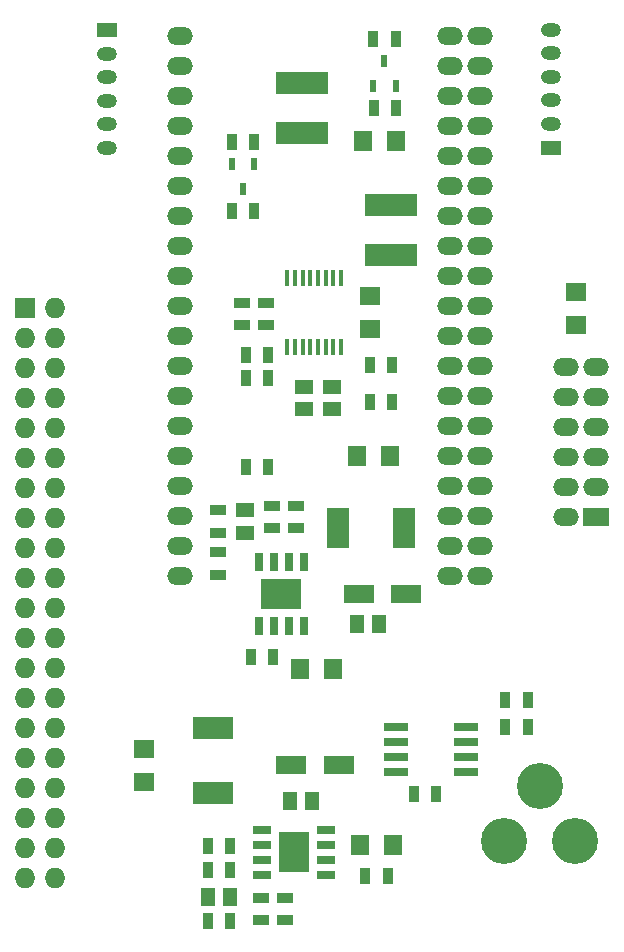
<source format=gbr>
%TF.GenerationSoftware,KiCad,Pcbnew,5.1.10-88a1d61d58~90~ubuntu20.04.1*%
%TF.CreationDate,2021-09-16T23:32:17-03:00*%
%TF.ProjectId,IAuto,49417574-6f2e-46b6-9963-61645f706362,rev?*%
%TF.SameCoordinates,Original*%
%TF.FileFunction,Soldermask,Top*%
%TF.FilePolarity,Negative*%
%FSLAX46Y46*%
G04 Gerber Fmt 4.6, Leading zero omitted, Abs format (unit mm)*
G04 Created by KiCad (PCBNEW 5.1.10-88a1d61d58~90~ubuntu20.04.1) date 2021-09-16 23:32:17*
%MOMM*%
%LPD*%
G01*
G04 APERTURE LIST*
%ADD10R,1.700000X1.200000*%
%ADD11O,1.700000X1.200000*%
%ADD12O,2.200000X1.500000*%
%ADD13R,2.200000X1.500000*%
%ADD14R,0.599440X1.000760*%
%ADD15R,0.889000X1.397000*%
%ADD16O,3.900000X3.900000*%
%ADD17R,1.600200X1.803400*%
%ADD18R,1.803400X1.600200*%
%ADD19R,0.450000X1.475000*%
%ADD20R,1.850000X3.400000*%
%ADD21R,3.400000X1.850000*%
%ADD22R,0.700000X1.525000*%
%ADD23R,3.450000X2.560000*%
%ADD24R,1.525000X0.700000*%
%ADD25R,2.560000X3.450000*%
%ADD26R,1.727200X1.727200*%
%ADD27O,1.727200X1.727200*%
%ADD28R,1.397000X0.889000*%
%ADD29R,2.000000X0.711200*%
%ADD30R,4.440000X1.900000*%
%ADD31R,2.500000X1.620000*%
%ADD32R,1.498600X1.300480*%
%ADD33R,1.300480X1.498600*%
G04 APERTURE END LIST*
D10*
%TO.C,J5*%
X168275000Y-53283480D03*
D11*
X168275000Y-51281960D03*
X168275000Y-43293660D03*
X168275000Y-47281460D03*
X168275000Y-45292640D03*
X168275000Y-49280440D03*
%TD*%
D10*
%TO.C,J4*%
X130708400Y-43316520D03*
D11*
X130708400Y-45318040D03*
X130708400Y-53306340D03*
X130708400Y-49318540D03*
X130708400Y-51307360D03*
X130708400Y-47319560D03*
%TD*%
D12*
%TO.C,U1*%
X159672000Y-48935000D03*
X159672000Y-61635000D03*
X159672000Y-74335000D03*
X159672000Y-43855000D03*
X159672000Y-59095000D03*
X159672000Y-46395000D03*
X159672000Y-54015000D03*
X159672000Y-64175000D03*
X159672000Y-51475000D03*
X159672000Y-79415000D03*
X159672000Y-56555000D03*
X159672000Y-89575000D03*
X159672000Y-87035000D03*
X159672000Y-66715000D03*
X159672000Y-71795000D03*
X159672000Y-76875000D03*
X159672000Y-84495000D03*
X159672000Y-81955000D03*
X159672000Y-69255000D03*
X136812000Y-64175000D03*
X136812000Y-66715000D03*
X136812000Y-69255000D03*
X136812000Y-71795000D03*
X136812000Y-74335000D03*
X136812000Y-76875000D03*
X136812000Y-43855000D03*
X136812000Y-51475000D03*
X136812000Y-54015000D03*
X136812000Y-46395000D03*
X136812000Y-48935000D03*
X136812000Y-56555000D03*
X136812000Y-59095000D03*
X136812000Y-61635000D03*
X136812000Y-79415000D03*
X136812000Y-89575000D03*
X136812000Y-87035000D03*
X136812000Y-84495000D03*
X136812000Y-81955000D03*
X162212000Y-81955000D03*
X162212000Y-84495000D03*
X162212000Y-87035000D03*
X162212000Y-89575000D03*
X162212000Y-43855000D03*
X162212000Y-76875000D03*
X162212000Y-74335000D03*
X162212000Y-71795000D03*
X162212000Y-69255000D03*
X162212000Y-66715000D03*
X162212000Y-79415000D03*
X162212000Y-56555000D03*
X162212000Y-48935000D03*
X162212000Y-61635000D03*
X162212000Y-59095000D03*
X162212000Y-46395000D03*
X162212000Y-54015000D03*
X162212000Y-51475000D03*
X162212000Y-64175000D03*
%TD*%
%TO.C,P2*%
X169545000Y-79502000D03*
X169545000Y-74422000D03*
X172085000Y-74422000D03*
X172085000Y-71882000D03*
X169545000Y-82042000D03*
X169545000Y-76962000D03*
D13*
X172085000Y-84582000D03*
D12*
X172085000Y-82042000D03*
X169545000Y-71882000D03*
X169545000Y-84582000D03*
X172085000Y-76962000D03*
X172085000Y-79502000D03*
%TD*%
D14*
%TO.C,Q3*%
X141209900Y-54665360D03*
X142162400Y-56778640D03*
X143114900Y-54665360D03*
%TD*%
D15*
%TO.C,R17*%
X141209900Y-52801000D03*
X143114900Y-52801000D03*
%TD*%
%TO.C,R19*%
X141209900Y-58643000D03*
X143114900Y-58643000D03*
%TD*%
D16*
%TO.C,J1*%
X164300000Y-112000000D03*
X167300000Y-107300000D03*
X170300000Y-112000000D03*
%TD*%
D15*
%TO.C,R29*%
X154825700Y-74777600D03*
X152920700Y-74777600D03*
%TD*%
%TO.C,R28*%
X142422500Y-70800000D03*
X144327500Y-70800000D03*
%TD*%
%TO.C,R27*%
X154827500Y-71700000D03*
X152922500Y-71700000D03*
%TD*%
%TO.C,R26*%
X142422500Y-72750000D03*
X144327500Y-72750000D03*
%TD*%
D17*
%TO.C,C8*%
X154651000Y-79363000D03*
X151857000Y-79363000D03*
%TD*%
D18*
%TO.C,C7*%
X133781800Y-104165400D03*
X133781800Y-106959400D03*
%TD*%
D17*
%TO.C,C2*%
X147031000Y-97397000D03*
X149825000Y-97397000D03*
%TD*%
%TO.C,C1*%
X152097000Y-112285000D03*
X154891000Y-112285000D03*
%TD*%
D19*
%TO.C,U4*%
X150475000Y-64318000D03*
X145925000Y-64318000D03*
X149825000Y-70194000D03*
X146575000Y-70194000D03*
X146575000Y-64318000D03*
X149825000Y-64318000D03*
X148525000Y-70194000D03*
X150475000Y-70194000D03*
X145925000Y-70194000D03*
X147225000Y-64318000D03*
X147875000Y-64318000D03*
X148525000Y-64318000D03*
X149175000Y-70194000D03*
X147225000Y-70194000D03*
X147875000Y-70194000D03*
X149175000Y-64318000D03*
%TD*%
D20*
%TO.C,J3*%
X155775000Y-85459000D03*
X150225000Y-85459000D03*
%TD*%
D21*
%TO.C,J2*%
X139625600Y-102398000D03*
X139625600Y-107948000D03*
%TD*%
D22*
%TO.C,U3*%
X144770400Y-93759000D03*
X146040400Y-93759000D03*
X143500400Y-93759000D03*
X143500400Y-88335000D03*
D23*
X145405400Y-91047000D03*
D22*
X147310400Y-88335000D03*
X144770400Y-88335000D03*
X146040400Y-88335000D03*
X147310400Y-93759000D03*
%TD*%
D24*
%TO.C,U2*%
X149221000Y-113555000D03*
X149221000Y-112285000D03*
X149221000Y-114825000D03*
X143797000Y-114825000D03*
D25*
X146509000Y-112920000D03*
D24*
X143797000Y-111015000D03*
X143797000Y-113555000D03*
X143797000Y-112285000D03*
X149221000Y-111015000D03*
%TD*%
D26*
%TO.C,P1*%
X123730000Y-66870000D03*
D27*
X126270000Y-66870000D03*
X123730000Y-69410000D03*
X126270000Y-69410000D03*
X123730000Y-71950000D03*
X126270000Y-71950000D03*
X123730000Y-74490000D03*
X126270000Y-74490000D03*
X123730000Y-77030000D03*
X126270000Y-77030000D03*
X123730000Y-79570000D03*
X126270000Y-79570000D03*
X123730000Y-82110000D03*
X126270000Y-82110000D03*
X123730000Y-84650000D03*
X126270000Y-84650000D03*
X123730000Y-87190000D03*
X126270000Y-87190000D03*
X123730000Y-89730000D03*
X126270000Y-89730000D03*
X123730000Y-92270000D03*
X126270000Y-92270000D03*
X123730000Y-94810000D03*
X126270000Y-94810000D03*
X123730000Y-97350000D03*
X126270000Y-97350000D03*
X123730000Y-99890000D03*
X126270000Y-99890000D03*
X123730000Y-102430000D03*
X126270000Y-102430000D03*
X123730000Y-104970000D03*
X126270000Y-104970000D03*
X123730000Y-107510000D03*
X126270000Y-107510000D03*
X123730000Y-110050000D03*
X126270000Y-110050000D03*
X123730000Y-112590000D03*
X126270000Y-112590000D03*
X123730000Y-115130000D03*
X126270000Y-115130000D03*
%TD*%
D28*
%TO.C,R25*%
X142104000Y-68335500D03*
X142104000Y-66430500D03*
%TD*%
%TO.C,R24*%
X144136000Y-68335500D03*
X144136000Y-66430500D03*
%TD*%
D15*
%TO.C,R23*%
X155114500Y-44092000D03*
X153209500Y-44092000D03*
%TD*%
%TO.C,R21*%
X155178000Y-49934000D03*
X153273000Y-49934000D03*
%TD*%
%TO.C,R15*%
X158552500Y-108000000D03*
X156647500Y-108000000D03*
%TD*%
%TO.C,R14*%
X144302500Y-80350000D03*
X142397500Y-80350000D03*
%TD*%
%TO.C,R13*%
X141111500Y-118762000D03*
X139206500Y-118762000D03*
%TD*%
D28*
%TO.C,R12*%
X140046000Y-85903500D03*
X140046000Y-83998500D03*
%TD*%
%TO.C,R11*%
X145747000Y-116793500D03*
X145747000Y-118698500D03*
%TD*%
%TO.C,R10*%
X140046000Y-89459500D03*
X140046000Y-87554500D03*
%TD*%
%TO.C,R9*%
X143715000Y-118698500D03*
X143715000Y-116793500D03*
%TD*%
D15*
%TO.C,R8*%
X142849600Y-96367600D03*
X144754600Y-96367600D03*
%TD*%
%TO.C,R7*%
X154446500Y-114952000D03*
X152541500Y-114952000D03*
%TD*%
D28*
%TO.C,R6*%
X146650000Y-83598500D03*
X146650000Y-85503500D03*
%TD*%
%TO.C,R5*%
X144618000Y-85503500D03*
X144618000Y-83598500D03*
%TD*%
D15*
%TO.C,R4*%
X139206500Y-114444000D03*
X141111500Y-114444000D03*
%TD*%
%TO.C,R3*%
X141111500Y-112412000D03*
X139206500Y-112412000D03*
%TD*%
%TO.C,R2*%
X164388500Y-100029000D03*
X166293500Y-100029000D03*
%TD*%
%TO.C,R1*%
X166293500Y-102315000D03*
X164388500Y-102315000D03*
%TD*%
D14*
%TO.C,Q5*%
X155114500Y-48069640D03*
X154162000Y-45956360D03*
X153209500Y-48069640D03*
%TD*%
D29*
%TO.C,Q1*%
X161100000Y-102305000D03*
X161100000Y-103575000D03*
X161100000Y-104845000D03*
X161100000Y-106115000D03*
X155100000Y-106115000D03*
X155100000Y-104845000D03*
X155100000Y-103575000D03*
X155100000Y-102305000D03*
%TD*%
D30*
%TO.C,F4*%
X154686000Y-62348400D03*
X154686000Y-58098400D03*
%TD*%
%TO.C,F3*%
X147193000Y-52061400D03*
X147193000Y-47811400D03*
%TD*%
D18*
%TO.C,F2*%
X170350000Y-68294000D03*
X170350000Y-65500000D03*
%TD*%
D17*
%TO.C,F1*%
X152323800Y-52705000D03*
X155117800Y-52705000D03*
%TD*%
D31*
%TO.C,D2*%
X152016000Y-91047000D03*
X156016000Y-91047000D03*
%TD*%
%TO.C,D1*%
X146287000Y-105554000D03*
X150287000Y-105554000D03*
%TD*%
D32*
%TO.C,C11*%
X149724000Y-73542500D03*
X149724000Y-75447500D03*
%TD*%
%TO.C,C10*%
X147311000Y-73542500D03*
X147311000Y-75447500D03*
%TD*%
D18*
%TO.C,C9*%
X152899000Y-68653000D03*
X152899000Y-65859000D03*
%TD*%
D33*
%TO.C,C6*%
X153698500Y-93587000D03*
X151793500Y-93587000D03*
%TD*%
%TO.C,C5*%
X146128000Y-108602000D03*
X148033000Y-108602000D03*
%TD*%
D32*
%TO.C,C4*%
X142332000Y-85903500D03*
X142332000Y-83998500D03*
%TD*%
D33*
%TO.C,C3*%
X141111500Y-116730000D03*
X139206500Y-116730000D03*
%TD*%
M02*

</source>
